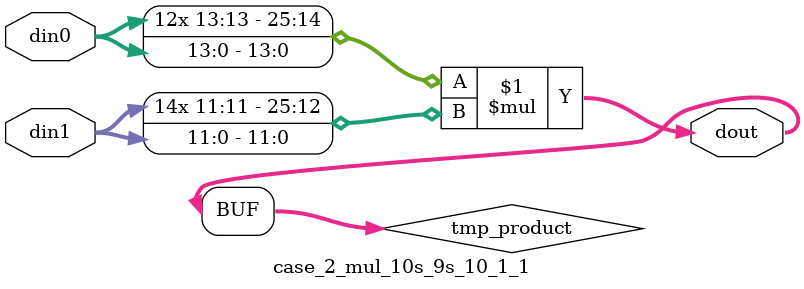
<source format=v>

`timescale 1 ns / 1 ps

 module case_2_mul_10s_9s_10_1_1(din0, din1, dout);
parameter ID = 1;
parameter NUM_STAGE = 0;
parameter din0_WIDTH = 14;
parameter din1_WIDTH = 12;
parameter dout_WIDTH = 26;

input [din0_WIDTH - 1 : 0] din0; 
input [din1_WIDTH - 1 : 0] din1; 
output [dout_WIDTH - 1 : 0] dout;

wire signed [dout_WIDTH - 1 : 0] tmp_product;



























assign tmp_product = $signed(din0) * $signed(din1);








assign dout = tmp_product;





















endmodule

</source>
